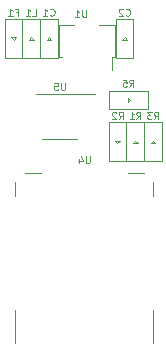
<source format=gbo>
G04 #@! TF.GenerationSoftware,KiCad,Pcbnew,(6.0.4-0)*
G04 #@! TF.CreationDate,2022-03-31T22:02:44+09:00*
G04 #@! TF.ProjectId,otaHID,6f746148-4944-42e6-9b69-6361645f7063,1.0*
G04 #@! TF.SameCoordinates,Original*
G04 #@! TF.FileFunction,Legend,Bot*
G04 #@! TF.FilePolarity,Positive*
%FSLAX46Y46*%
G04 Gerber Fmt 4.6, Leading zero omitted, Abs format (unit mm)*
G04 Created by KiCad (PCBNEW (6.0.4-0)) date 2022-03-31 22:02:44*
%MOMM*%
%LPD*%
G01*
G04 APERTURE LIST*
%ADD10C,0.100000*%
%ADD11C,0.120000*%
G04 APERTURE END LIST*
D10*
X3500000Y-2014285D02*
X3528571Y-2042857D01*
X3614285Y-2071428D01*
X3671428Y-2071428D01*
X3757142Y-2042857D01*
X3814285Y-1985714D01*
X3842857Y-1928571D01*
X3871428Y-1814285D01*
X3871428Y-1728571D01*
X3842857Y-1614285D01*
X3814285Y-1557142D01*
X3757142Y-1500000D01*
X3671428Y-1471428D01*
X3614285Y-1471428D01*
X3528571Y-1500000D01*
X3500000Y-1528571D01*
X3271428Y-1528571D02*
X3242857Y-1500000D01*
X3185714Y-1471428D01*
X3042857Y-1471428D01*
X2985714Y-1500000D01*
X2957142Y-1528571D01*
X2928571Y-1585714D01*
X2928571Y-1642857D01*
X2957142Y-1728571D01*
X3300000Y-2071428D01*
X2928571Y-2071428D01*
X457142Y-13971428D02*
X457142Y-14457142D01*
X428571Y-14514285D01*
X399999Y-14542857D01*
X342857Y-14571428D01*
X228571Y-14571428D01*
X171428Y-14542857D01*
X142857Y-14514285D01*
X114285Y-14457142D01*
X114285Y-13971428D01*
X-428571Y-14171428D02*
X-428571Y-14571428D01*
X-285714Y-13942857D02*
X-142857Y-14371428D01*
X-514285Y-14371428D01*
X-2900000Y-2014285D02*
X-2871428Y-2042857D01*
X-2785714Y-2071428D01*
X-2728571Y-2071428D01*
X-2642857Y-2042857D01*
X-2585714Y-1985714D01*
X-2557142Y-1928571D01*
X-2528571Y-1814285D01*
X-2528571Y-1728571D01*
X-2557142Y-1614285D01*
X-2585714Y-1557142D01*
X-2642857Y-1500000D01*
X-2728571Y-1471428D01*
X-2785714Y-1471428D01*
X-2871428Y-1500000D01*
X-2900000Y-1528571D01*
X-3471428Y-2071428D02*
X-3128571Y-2071428D01*
X-3300000Y-2071428D02*
X-3300000Y-1471428D01*
X-3242857Y-1557142D01*
X-3185714Y-1614285D01*
X-3128571Y-1642857D01*
X4400000Y-10821428D02*
X4600000Y-10535714D01*
X4742857Y-10821428D02*
X4742857Y-10221428D01*
X4514285Y-10221428D01*
X4457142Y-10250000D01*
X4428571Y-10278571D01*
X4400000Y-10335714D01*
X4400000Y-10421428D01*
X4428571Y-10478571D01*
X4457142Y-10507142D01*
X4514285Y-10535714D01*
X4742857Y-10535714D01*
X3828571Y-10821428D02*
X4171428Y-10821428D01*
X4000000Y-10821428D02*
X4000000Y-10221428D01*
X4057142Y-10307142D01*
X4114285Y-10364285D01*
X4171428Y-10392857D01*
X3800000Y-8071428D02*
X4000000Y-7785714D01*
X4142857Y-8071428D02*
X4142857Y-7471428D01*
X3914285Y-7471428D01*
X3857142Y-7500000D01*
X3828571Y-7528571D01*
X3800000Y-7585714D01*
X3800000Y-7671428D01*
X3828571Y-7728571D01*
X3857142Y-7757142D01*
X3914285Y-7785714D01*
X4142857Y-7785714D01*
X3257142Y-7471428D02*
X3542857Y-7471428D01*
X3571428Y-7757142D01*
X3542857Y-7728571D01*
X3485714Y-7700000D01*
X3342857Y-7700000D01*
X3285714Y-7728571D01*
X3257142Y-7757142D01*
X3228571Y-7814285D01*
X3228571Y-7957142D01*
X3257142Y-8014285D01*
X3285714Y-8042857D01*
X3342857Y-8071428D01*
X3485714Y-8071428D01*
X3542857Y-8042857D01*
X3571428Y-8014285D01*
X-4400000Y-2071428D02*
X-4114285Y-2071428D01*
X-4114285Y-1471428D01*
X-4914285Y-2071428D02*
X-4571428Y-2071428D01*
X-4742857Y-2071428D02*
X-4742857Y-1471428D01*
X-4685714Y-1557142D01*
X-4628571Y-1614285D01*
X-4571428Y-1642857D01*
X5900000Y-10821428D02*
X6100000Y-10535714D01*
X6242857Y-10821428D02*
X6242857Y-10221428D01*
X6014285Y-10221428D01*
X5957142Y-10250000D01*
X5928571Y-10278571D01*
X5900000Y-10335714D01*
X5900000Y-10421428D01*
X5928571Y-10478571D01*
X5957142Y-10507142D01*
X6014285Y-10535714D01*
X6242857Y-10535714D01*
X5700000Y-10221428D02*
X5328571Y-10221428D01*
X5528571Y-10450000D01*
X5442857Y-10450000D01*
X5385714Y-10478571D01*
X5357142Y-10507142D01*
X5328571Y-10564285D01*
X5328571Y-10707142D01*
X5357142Y-10764285D01*
X5385714Y-10792857D01*
X5442857Y-10821428D01*
X5614285Y-10821428D01*
X5671428Y-10792857D01*
X5700000Y-10764285D01*
X157142Y-1571428D02*
X157142Y-2057142D01*
X128571Y-2114285D01*
X99999Y-2142857D01*
X42857Y-2171428D01*
X-71428Y-2171428D01*
X-128571Y-2142857D01*
X-157142Y-2114285D01*
X-185714Y-2057142D01*
X-185714Y-1571428D01*
X-785714Y-2171428D02*
X-442857Y-2171428D01*
X-614285Y-2171428D02*
X-614285Y-1571428D01*
X-557142Y-1657142D01*
X-500000Y-1714285D01*
X-442857Y-1742857D01*
X-5800000Y-1757142D02*
X-5600000Y-1757142D01*
X-5600000Y-2071428D02*
X-5600000Y-1471428D01*
X-5885714Y-1471428D01*
X-6428571Y-2071428D02*
X-6085714Y-2071428D01*
X-6257142Y-2071428D02*
X-6257142Y-1471428D01*
X-6200000Y-1557142D01*
X-6142857Y-1614285D01*
X-6085714Y-1642857D01*
X-1642857Y-7771428D02*
X-1642857Y-8257142D01*
X-1671428Y-8314285D01*
X-1700000Y-8342857D01*
X-1757142Y-8371428D01*
X-1871428Y-8371428D01*
X-1928571Y-8342857D01*
X-1957142Y-8314285D01*
X-1985714Y-8257142D01*
X-1985714Y-7771428D01*
X-2557142Y-7771428D02*
X-2271428Y-7771428D01*
X-2242857Y-8057142D01*
X-2271428Y-8028571D01*
X-2328571Y-8000000D01*
X-2471428Y-8000000D01*
X-2528571Y-8028571D01*
X-2557142Y-8057142D01*
X-2585714Y-8114285D01*
X-2585714Y-8257142D01*
X-2557142Y-8314285D01*
X-2528571Y-8342857D01*
X-2471428Y-8371428D01*
X-2328571Y-8371428D01*
X-2271428Y-8342857D01*
X-2242857Y-8314285D01*
X2900000Y-10821428D02*
X3100000Y-10535714D01*
X3242857Y-10821428D02*
X3242857Y-10221428D01*
X3014285Y-10221428D01*
X2957142Y-10250000D01*
X2928571Y-10278571D01*
X2900000Y-10335714D01*
X2900000Y-10421428D01*
X2928571Y-10478571D01*
X2957142Y-10507142D01*
X3014285Y-10535714D01*
X3242857Y-10535714D01*
X2671428Y-10278571D02*
X2642857Y-10250000D01*
X2585714Y-10221428D01*
X2442857Y-10221428D01*
X2385714Y-10250000D01*
X2357142Y-10278571D01*
X2328571Y-10335714D01*
X2328571Y-10392857D01*
X2357142Y-10478571D01*
X2700000Y-10821428D01*
X2328571Y-10821428D01*
D11*
X3400000Y-3900000D02*
X3200000Y-4100000D01*
X2650000Y-2350000D02*
X2650000Y-5650000D01*
X3200000Y-4100000D02*
X3600000Y-4100000D01*
X3600000Y-4100000D02*
X3400000Y-3900000D01*
X4150000Y-2350000D02*
X4150000Y-5650000D01*
X2650000Y-5650000D02*
X4150000Y-5650000D01*
X2650000Y-2350000D02*
X4150000Y-2350000D01*
X-5850000Y-17370000D02*
X-5850000Y-16170000D01*
X-5050000Y-15370000D02*
X-3650000Y-15370000D01*
X5050000Y-15370000D02*
X3650000Y-15370000D01*
X5850000Y-17370000D02*
X5850000Y-16170000D01*
X5850000Y-29770000D02*
X5850000Y-26970000D01*
X-5850000Y-26970000D02*
X-5850000Y-29770000D01*
X-3750000Y-2350000D02*
X-2250000Y-2350000D01*
X-3750000Y-5650000D02*
X-2250000Y-5650000D01*
X-2250000Y-2350000D02*
X-2250000Y-5650000D01*
X-3750000Y-2350000D02*
X-3750000Y-5650000D01*
X-3200000Y-4100000D02*
X-2800000Y-4100000D01*
X-3000000Y-3900000D02*
X-3200000Y-4100000D01*
X-2800000Y-4100000D02*
X-3000000Y-3900000D01*
X4100000Y-12850000D02*
X4500000Y-12850000D01*
X5050000Y-11100000D02*
X5050000Y-14400000D01*
X3550000Y-11100000D02*
X5050000Y-11100000D01*
X3550000Y-14400000D02*
X5050000Y-14400000D01*
X4300000Y-12650000D02*
X4100000Y-12850000D01*
X4500000Y-12850000D02*
X4300000Y-12650000D01*
X3550000Y-11100000D02*
X3550000Y-14400000D01*
X3850000Y-9200000D02*
X3650000Y-9000000D01*
X5400000Y-8450000D02*
X5400000Y-9950000D01*
X5400000Y-8450000D02*
X2100000Y-8450000D01*
X2100000Y-8450000D02*
X2100000Y-9950000D01*
X5400000Y-9950000D02*
X2100000Y-9950000D01*
X3650000Y-9400000D02*
X3850000Y-9200000D01*
X3650000Y-9000000D02*
X3650000Y-9400000D01*
X-4300000Y-4100000D02*
X-4500000Y-3900000D01*
X-5250000Y-2350000D02*
X-5250000Y-5650000D01*
X-5250000Y-2350000D02*
X-3750000Y-2350000D01*
X-3750000Y-2350000D02*
X-3750000Y-5650000D01*
X-4500000Y-3900000D02*
X-4700000Y-4100000D01*
X-5250000Y-5650000D02*
X-3750000Y-5650000D01*
X-4700000Y-4100000D02*
X-4300000Y-4100000D01*
X5800000Y-12650000D02*
X5600000Y-12850000D01*
X5050000Y-11100000D02*
X6550000Y-11100000D01*
X5050000Y-14400000D02*
X6550000Y-14400000D01*
X5600000Y-12850000D02*
X6000000Y-12850000D01*
X5050000Y-11100000D02*
X5050000Y-14400000D01*
X6000000Y-12850000D02*
X5800000Y-12650000D01*
X6550000Y-11100000D02*
X6550000Y-14400000D01*
X-850000Y-2815000D02*
X-2160000Y-2815000D01*
X2560000Y-2815000D02*
X1250000Y-2815000D01*
X-2160000Y-5535000D02*
X-1930000Y-5535000D01*
X-2160000Y-2815000D02*
X-2160000Y-5535000D01*
X2560000Y-5535000D02*
X2330000Y-5535000D01*
X2560000Y-5535000D02*
X2560000Y-2815000D01*
X2330000Y-6675000D02*
X2330000Y-5535000D01*
X-5250000Y-5650000D02*
X-5250000Y-2350000D01*
X-6750000Y-5650000D02*
X-6750000Y-2350000D01*
X-6000000Y-4100000D02*
X-5800000Y-3900000D01*
X-5250000Y-5650000D02*
X-6750000Y-5650000D01*
X-5800000Y-3900000D02*
X-6200000Y-3900000D01*
X-6200000Y-3900000D02*
X-6000000Y-4100000D01*
X-5250000Y-2350000D02*
X-6750000Y-2350000D01*
X900000Y-8680000D02*
X-4100000Y-8680000D01*
X-3600000Y-12520000D02*
X-600000Y-12520000D01*
X3550000Y-14400000D02*
X2050000Y-14400000D01*
X2600000Y-12650000D02*
X2800000Y-12850000D01*
X2800000Y-12850000D02*
X3000000Y-12650000D01*
X3000000Y-12650000D02*
X2600000Y-12650000D01*
X3550000Y-14400000D02*
X3550000Y-11100000D01*
X2050000Y-14400000D02*
X2050000Y-11100000D01*
X3550000Y-11100000D02*
X2050000Y-11100000D01*
M02*

</source>
